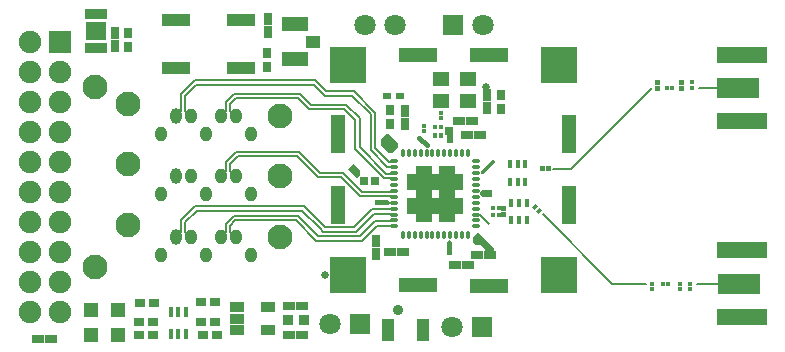
<source format=gts>
%FSLAX43Y43*%
%MOMM*%
G71*
G01*
G75*
G04 Layer_Color=9306309*
%ADD10R,3.600X1.800*%
%ADD11R,0.800X0.650*%
%ADD12R,0.650X0.800*%
%ADD13R,0.282X0.205*%
%ADD14R,0.205X0.282*%
%ADD15R,1.200X1.200*%
%ADD16R,0.900X0.600*%
%ADD17R,0.600X0.900*%
%ADD18R,0.350X0.350*%
%ADD19R,0.350X0.350*%
G04:AMPARAMS|DCode=20|XSize=0.205mm|YSize=0.282mm|CornerRadius=0mm|HoleSize=0mm|Usage=FLASHONLY|Rotation=315.000|XOffset=0mm|YOffset=0mm|HoleType=Round|Shape=Rectangle|*
%AMROTATEDRECTD20*
4,1,4,-0.172,-0.027,0.027,0.172,0.172,0.027,-0.027,-0.172,-0.172,-0.027,0.0*
%
%ADD20ROTATEDRECTD20*%

%ADD21R,0.350X0.700*%
%ADD22R,0.600X0.600*%
%ADD23R,0.950X1.750*%
%ADD24R,0.600X0.500*%
%ADD25R,0.762X0.762*%
%ADD26R,0.350X0.850*%
%ADD27R,1.100X0.700*%
%ADD28O,0.700X0.250*%
%ADD29O,0.250X0.700*%
%ADD30R,4.700X4.700*%
%ADD31R,1.600X1.400*%
%ADD32R,0.300X0.700*%
%ADD33R,1.300X1.100*%
%ADD34R,2.250X1.000*%
%ADD35R,2.200X1.050*%
%ADD36R,1.050X1.000*%
%ADD37R,1.200X3.200*%
%ADD38R,3.000X3.000*%
%ADD39R,3.200X1.200*%
%ADD40C,0.300*%
%ADD41C,0.254*%
%ADD42C,0.150*%
%ADD43C,0.203*%
%ADD44C,0.175*%
%ADD45C,0.152*%
%ADD46C,0.200*%
%ADD47C,0.400*%
%ADD48C,0.195*%
%ADD49C,0.170*%
%ADD50C,0.210*%
%ADD51C,0.190*%
%ADD52C,0.350*%
%ADD53R,1.547X1.240*%
%ADD54R,0.920X0.400*%
%ADD55R,0.920X0.400*%
%ADD56R,0.900X0.400*%
%ADD57R,0.002X0.195*%
%ADD58R,0.000X0.195*%
%ADD59R,0.486X1.169*%
%ADD60R,0.729X0.544*%
%ADD61R,0.428X1.195*%
%ADD62R,0.643X0.715*%
%ADD63C,2.000*%
%ADD64O,0.900X1.200*%
%ADD65O,0.900X1.250*%
%ADD66C,1.700*%
%ADD67R,4.200X1.350*%
%ADD68R,1.700X1.700*%
%ADD69C,1.800*%
%ADD70R,1.800X1.800*%
%ADD71C,0.550*%
%ADD72C,0.350*%
%ADD73C,0.800*%
%ADD74C,0.737*%
%ADD75C,0.250*%
%ADD76C,0.100*%
%ADD77C,0.102*%
%ADD78R,0.875X0.550*%
%ADD79R,1.750X1.750*%
%ADD80R,2.100X2.100*%
G04:AMPARAMS|DCode=81|XSize=1.65mm|YSize=1.65mm|CornerRadius=0.412mm|HoleSize=0mm|Usage=FLASHONLY|Rotation=0.000|XOffset=0mm|YOffset=0mm|HoleType=Round|Shape=RoundedRectangle|*
%AMROUNDEDRECTD81*
21,1,1.650,0.825,0,0,0.0*
21,1,0.825,1.650,0,0,0.0*
1,1,0.825,0.412,-0.412*
1,1,0.825,-0.412,-0.412*
1,1,0.825,-0.412,0.412*
1,1,0.825,0.412,0.412*
%
%ADD81ROUNDEDRECTD81*%
%ADD82R,2.100X2.100*%
%ADD83R,3.850X1.150*%
%ADD84R,3.599X1.806*%
%ADD85R,3.603X1.802*%
%ADD86R,1.550X1.350*%
%ADD87R,4.700X1.400*%
%ADD88R,1.400X4.700*%
%ADD89R,1.950X0.850*%
%ADD90R,0.900X0.750*%
%ADD91R,0.750X0.900*%
%ADD92R,0.408X0.332*%
%ADD93R,0.332X0.408*%
%ADD94R,1.300X1.300*%
%ADD95R,1.000X0.700*%
%ADD96R,0.700X1.000*%
G04:AMPARAMS|DCode=97|XSize=0.332mm|YSize=0.408mm|CornerRadius=0mm|HoleSize=0mm|Usage=FLASHONLY|Rotation=315.000|XOffset=0mm|YOffset=0mm|HoleType=Round|Shape=Rectangle|*
%AMROTATEDRECTD97*
4,1,4,-0.261,-0.027,0.027,0.261,0.261,0.027,-0.027,-0.261,-0.261,-0.027,0.0*
%
%ADD97ROTATEDRECTD97*%

%ADD98R,0.450X0.800*%
%ADD99R,0.700X0.700*%
%ADD100R,1.050X1.850*%
%ADD101R,0.700X0.600*%
%ADD102R,0.862X0.862*%
%ADD103R,0.450X0.950*%
%ADD104R,1.240X0.840*%
%ADD105O,0.800X0.350*%
%ADD106O,0.350X0.800*%
%ADD107R,1.750X1.550*%
%ADD108R,0.450X0.850*%
%ADD109R,1.400X1.200*%
%ADD110R,2.350X1.100*%
%ADD111R,2.300X1.150*%
%ADD112R,1.150X1.100*%
%ADD113R,1.300X3.300*%
%ADD114R,3.100X3.100*%
%ADD115R,3.300X1.300*%
%ADD116C,2.100*%
%ADD117O,1.000X1.300*%
%ADD118O,1.000X1.350*%
%ADD119R,1.800X1.800*%
%ADD120C,1.900*%
%ADD121R,1.900X1.900*%
%ADD122C,0.900*%
%ADD123C,0.650*%
G36*
X46617Y15577D02*
X46217D01*
Y15977D01*
X46617D01*
Y15577D01*
D02*
G37*
G36*
X37035Y18328D02*
X36635D01*
Y18728D01*
X37035D01*
Y18328D01*
D02*
G37*
G36*
X46117Y15577D02*
X45717D01*
Y15977D01*
X46117D01*
Y15577D01*
D02*
G37*
G36*
X42849Y11671D02*
X42449D01*
Y12071D01*
X42849D01*
Y11671D01*
D02*
G37*
G36*
Y12171D02*
X42449D01*
Y12571D01*
X42849D01*
Y12171D01*
D02*
G37*
G36*
X55884Y22846D02*
X55484D01*
Y23246D01*
X55884D01*
Y22846D01*
D02*
G37*
G36*
X57879D02*
X57479D01*
Y23246D01*
X57879D01*
Y22846D01*
D02*
G37*
G36*
Y22346D02*
X57479D01*
Y22746D01*
X57879D01*
Y22346D01*
D02*
G37*
G36*
X37535Y18328D02*
X37135D01*
Y18728D01*
X37535D01*
Y18328D01*
D02*
G37*
G36*
X55884Y22346D02*
X55484D01*
Y22746D01*
X55884D01*
Y22346D01*
D02*
G37*
G36*
X32996Y12919D02*
Y12755D01*
X32876Y12635D01*
X31736D01*
Y13095D01*
X32820D01*
X32996Y12919D01*
D02*
G37*
G36*
X38272Y9566D02*
Y8389D01*
X37871D01*
X37872Y9544D01*
X38025Y9697D01*
X38272Y9566D01*
D02*
G37*
G36*
X41834Y8932D02*
Y8491D01*
X41596Y8253D01*
X41577Y8234D01*
X41065D01*
X41036Y8263D01*
Y8952D01*
X40745Y9243D01*
X40339D01*
X40055Y9527D01*
Y9966D01*
X40074Y9985D01*
X40425Y10336D01*
X41834Y8932D01*
D02*
G37*
G36*
X41628Y13302D02*
X40878D01*
X40674Y13506D01*
Y13744D01*
X40822Y13892D01*
X41628D01*
Y13302D01*
D02*
G37*
G36*
X33674Y17880D02*
Y17544D01*
X33212Y17082D01*
X32962D01*
X32281Y17763D01*
X32283Y18247D01*
X32718Y18653D01*
X32900Y18654D01*
X33674Y17880D01*
D02*
G37*
G36*
X41885Y16328D02*
X40941Y15309D01*
X40826D01*
X40726Y15412D01*
Y15571D01*
X41753Y16598D01*
X41885Y16328D01*
D02*
G37*
G36*
X30439Y15596D02*
Y15175D01*
X30217Y14953D01*
X29468Y15702D01*
X29881Y16111D01*
X29924D01*
X30439Y15596D01*
D02*
G37*
D10*
X62502Y22558D02*
D03*
X62526Y6000D02*
D03*
D43*
X40643Y11855D02*
X41423Y11075D01*
D47*
X35500Y18327D02*
X36112Y17715D01*
D49*
X30231Y17235D02*
X32547Y14919D01*
X30445Y17549D02*
X32702Y15292D01*
X19494Y10399D02*
X19943Y9950D01*
X19494Y10399D02*
Y10923D01*
X18673Y9950D02*
X19122Y10399D01*
Y11078D01*
X19494Y10923D02*
X19934Y11363D01*
X19122Y11078D02*
X19122D01*
X19780Y11736D01*
X19934Y11363D02*
X25069D01*
X19780Y11736D02*
X19780Y11736D01*
X25224D01*
X25069Y11363D02*
X26788Y9644D01*
X25224Y11736D02*
X26943Y10017D01*
X30466D01*
X26788Y9644D02*
X30621D01*
X15684Y10399D02*
X16133Y9950D01*
X15684Y10399D02*
Y11220D01*
X14863Y9950D02*
X15311Y10399D01*
X15684Y11220D02*
X16660Y12195D01*
X15311Y10399D02*
Y11375D01*
X16505Y12568D01*
X16660Y12195D02*
X25578D01*
X27063Y10710D01*
X16505Y12568D02*
X25733D01*
X27537Y10764D01*
X29982D01*
X27063Y10710D02*
X27063D01*
X27382Y10391D01*
X30136D01*
X30455Y10710D01*
X30456D01*
X31656Y11910D01*
X29982Y10764D02*
X31501Y12283D01*
X19494Y15545D02*
X19943Y15096D01*
X18673D02*
X19122Y15545D01*
X25160Y16802D02*
X26938Y15023D01*
X32734Y13418D02*
X32734Y13418D01*
X33323D01*
X32888Y13791D02*
X32888Y13791D01*
X33323D01*
X33387Y13855D01*
X33323Y13418D02*
X33387Y13355D01*
X30466Y10017D02*
X31743Y11294D01*
X33326D01*
X33387Y11355D01*
X30621Y9644D02*
X31898Y10921D01*
X33320D01*
X33387Y10855D01*
X31656Y11910D02*
X33331D01*
X31501Y12283D02*
X32880D01*
X32880Y12283D01*
X33315D01*
X33387Y12355D01*
X33331Y11910D02*
X33387Y11855D01*
X18673Y20192D02*
X19122Y20640D01*
X19494D02*
X19943Y20192D01*
X32547Y14919D02*
X33322D01*
X33387Y14855D01*
X32702Y15292D02*
X33324D01*
X33387Y15355D01*
X15684Y20640D02*
Y21897D01*
Y20640D02*
X16133Y20192D01*
X16626Y22839D02*
X26540D01*
X15684Y21897D02*
X16626Y22839D01*
X15311Y20640D02*
Y22052D01*
X14863Y20192D02*
X15311Y20640D01*
Y22052D02*
X16472Y23212D01*
X26694D01*
X33325Y15916D02*
X33387Y15855D01*
X33321Y16289D02*
X33387Y16355D01*
X19122Y20640D02*
Y21341D01*
X19494Y20640D02*
Y21187D01*
X19122Y21341D02*
X19841Y22061D01*
X19494Y21187D02*
X19996Y21688D01*
X19841Y22061D02*
X25400D01*
X19996Y21688D02*
X25246D01*
X26540Y22839D02*
X27480Y21899D01*
X29813D01*
X26694Y23212D02*
X27635Y22272D01*
X29968D01*
X31758Y20482D01*
X32778Y15916D02*
X33325D01*
X32932Y16289D02*
X33321D01*
X30445Y17549D02*
Y19999D01*
X30231Y17235D02*
Y17235D01*
X30072Y17394D02*
X30231Y17235D01*
X30072Y17394D02*
Y19844D01*
X31385Y17309D02*
X32778Y15916D01*
X31385Y17309D02*
Y20327D01*
X29813Y21899D02*
X31385Y20327D01*
X31758Y17463D02*
X32932Y16289D01*
X31758Y17463D02*
Y20482D01*
X19122Y15545D02*
Y16327D01*
X19969Y17175D01*
X25314D01*
X19494Y15545D02*
Y16173D01*
X20124Y16802D01*
X25160D01*
X30509Y13418D02*
X32734D01*
X30663Y13791D02*
X32888D01*
X25314Y17175D02*
X27093Y15396D01*
X29059D01*
X30663Y13791D01*
X26938Y15023D02*
X28904D01*
X30509Y13418D01*
X25246Y21688D02*
X26154Y20779D01*
X29138D01*
X30072Y19844D01*
X25400Y22061D02*
X26309Y21152D01*
X29292D01*
X30445Y19999D01*
D50*
X58973Y5999D02*
X62526Y6000D01*
X51824Y6001D02*
X54657D01*
X45960Y11865D02*
X51824Y6001D01*
X59181Y22558D02*
X62502D01*
X46855Y15735D02*
X48358D01*
X55181Y22558D01*
D59*
X38112Y18517D02*
D03*
D62*
X38017Y18903D02*
D03*
D67*
X62802Y25383D02*
D03*
Y19733D02*
D03*
X62826Y8825D02*
D03*
Y3175D02*
D03*
D69*
X30873Y27910D02*
D03*
X40869D02*
D03*
X38272Y2335D02*
D03*
X33413Y27910D02*
D03*
X27931Y2582D02*
D03*
D87*
X36862Y12605D02*
D03*
Y14605D02*
D03*
D88*
X37862Y13605D02*
D03*
X35862D02*
D03*
D89*
X8100Y28865D02*
D03*
X8100Y25965D02*
D03*
D90*
X17030Y2789D02*
D03*
X18230D02*
D03*
X11772Y2793D02*
D03*
X12972D02*
D03*
X11810Y4395D02*
D03*
X13010D02*
D03*
X11767Y1686D02*
D03*
X12967D02*
D03*
X18373Y1637D02*
D03*
X17173D02*
D03*
X17030Y4434D02*
D03*
X18230D02*
D03*
D91*
X32980Y19497D02*
D03*
Y20697D02*
D03*
X22633Y25556D02*
D03*
Y24356D02*
D03*
X42446Y21953D02*
D03*
Y20753D02*
D03*
X10875Y26065D02*
D03*
Y27265D02*
D03*
D92*
X58596Y22558D02*
D03*
Y23033D02*
D03*
X58441Y6002D02*
D03*
Y5528D02*
D03*
X35854Y19376D02*
D03*
Y18902D02*
D03*
X55191Y5529D02*
D03*
Y6003D02*
D03*
X57557Y5528D02*
D03*
Y6002D02*
D03*
X37300Y19988D02*
D03*
Y20462D02*
D03*
D93*
X56906Y22558D02*
D03*
X56432D02*
D03*
X56574Y5999D02*
D03*
X56100D02*
D03*
X42203Y11854D02*
D03*
X41729D02*
D03*
X42204Y12388D02*
D03*
X41730D02*
D03*
X37314Y19232D02*
D03*
X36839D02*
D03*
D94*
X9962Y1682D02*
D03*
Y3782D02*
D03*
X7720Y1646D02*
D03*
Y3746D02*
D03*
D95*
X41484Y8458D02*
D03*
X40384D02*
D03*
X39657Y7598D02*
D03*
X38557D02*
D03*
X33054Y8649D02*
D03*
X34154D02*
D03*
X39953Y19739D02*
D03*
X38853D02*
D03*
X24503Y4079D02*
D03*
X25603D02*
D03*
X24458Y1664D02*
D03*
X25558D02*
D03*
X4350Y1275D02*
D03*
X3250D02*
D03*
X40646Y18588D02*
D03*
X39546D02*
D03*
D96*
X31846Y8542D02*
D03*
Y9642D02*
D03*
X34252Y20661D02*
D03*
Y19561D02*
D03*
X41263Y20864D02*
D03*
Y21964D02*
D03*
X22667Y27290D02*
D03*
Y28390D02*
D03*
X9750Y27215D02*
D03*
Y26115D02*
D03*
D97*
X45644Y12182D02*
D03*
X45308Y12518D02*
D03*
D98*
X44482Y16103D02*
D03*
X43832D02*
D03*
X43182D02*
D03*
X44482Y14603D02*
D03*
X43832D02*
D03*
X43182D02*
D03*
X44602Y12869D02*
D03*
X43952D02*
D03*
X43302D02*
D03*
X44602Y11369D02*
D03*
X43952D02*
D03*
X43302D02*
D03*
D99*
X30782Y14735D02*
D03*
X31782D02*
D03*
D100*
X32854Y2088D02*
D03*
X35804D02*
D03*
D101*
X32787Y21848D02*
D03*
X33837Y21848D02*
D03*
D102*
X25749Y2885D02*
D03*
X24352D02*
D03*
D103*
X15739Y3587D02*
D03*
X15089D02*
D03*
X14439D02*
D03*
Y1737D02*
D03*
X15089D02*
D03*
X15739D02*
D03*
D104*
X20049Y3985D02*
D03*
Y3035D02*
D03*
Y2085D02*
D03*
X22649D02*
D03*
Y3985D02*
D03*
D105*
X33387Y10855D02*
D03*
Y11355D02*
D03*
Y11855D02*
D03*
Y12355D02*
D03*
Y12855D02*
D03*
Y13355D02*
D03*
Y13855D02*
D03*
Y14355D02*
D03*
Y14855D02*
D03*
Y15355D02*
D03*
Y15855D02*
D03*
Y16355D02*
D03*
X40337D02*
D03*
Y15855D02*
D03*
Y15355D02*
D03*
Y14855D02*
D03*
Y14355D02*
D03*
Y13855D02*
D03*
Y13355D02*
D03*
Y12855D02*
D03*
Y12355D02*
D03*
Y11855D02*
D03*
Y11355D02*
D03*
Y10855D02*
D03*
D106*
X34112Y10130D02*
D03*
X34612D02*
D03*
X35112D02*
D03*
X35612D02*
D03*
X36112D02*
D03*
X36612D02*
D03*
X37112D02*
D03*
X37612D02*
D03*
X38112D02*
D03*
X38612D02*
D03*
X39112D02*
D03*
X39612D02*
D03*
X34112Y17080D02*
D03*
X34612D02*
D03*
X35112D02*
D03*
X35612D02*
D03*
X36112D02*
D03*
X36612D02*
D03*
X37112D02*
D03*
X37612D02*
D03*
X38112D02*
D03*
X38612D02*
D03*
X39112D02*
D03*
X39612D02*
D03*
D107*
X8100Y27415D02*
D03*
D108*
X8850Y28865D02*
D03*
X8350D02*
D03*
X7850D02*
D03*
X7350D02*
D03*
Y25965D02*
D03*
X7850D02*
D03*
X8350D02*
D03*
X8850D02*
D03*
D109*
X39607Y21494D02*
D03*
X37307D02*
D03*
Y23294D02*
D03*
X39607D02*
D03*
D110*
X14925Y28297D02*
D03*
X20425D02*
D03*
Y24297D02*
D03*
X14925D02*
D03*
D111*
X24973Y27948D02*
D03*
Y24998D02*
D03*
D112*
X26498Y26473D02*
D03*
D113*
X48193Y12639D02*
D03*
Y18639D02*
D03*
X28593Y12639D02*
D03*
Y18639D02*
D03*
D114*
X47293Y24539D02*
D03*
Y6739D02*
D03*
X29493Y24539D02*
D03*
Y6739D02*
D03*
D115*
X41393Y5839D02*
D03*
X35393Y25389D02*
D03*
X41393D02*
D03*
X35393Y5889D02*
D03*
D116*
X8000Y7380D02*
D03*
Y22620D02*
D03*
X23673Y15096D02*
D03*
X10843Y16096D02*
D03*
X23673Y9950D02*
D03*
X10843Y10950D02*
D03*
X23673Y20192D02*
D03*
X10843Y21192D02*
D03*
D117*
X21213Y13596D02*
D03*
X19943Y15096D02*
D03*
X18673D02*
D03*
X17403Y13596D02*
D03*
X16133Y15096D02*
D03*
X13593Y13596D02*
D03*
X21213Y8450D02*
D03*
X19943Y9950D02*
D03*
X18673D02*
D03*
X17403Y8450D02*
D03*
X16133Y9950D02*
D03*
X13593Y8450D02*
D03*
X21213Y18692D02*
D03*
X19943Y20192D02*
D03*
X18673D02*
D03*
X17403Y18692D02*
D03*
X16133Y20192D02*
D03*
X13593Y18692D02*
D03*
D118*
X14863Y15096D02*
D03*
Y9950D02*
D03*
Y20192D02*
D03*
D119*
X38329Y27910D02*
D03*
X40812Y2335D02*
D03*
X30471Y2582D02*
D03*
D120*
X2530Y26430D02*
D03*
X5070Y21350D02*
D03*
X2530D02*
D03*
Y23890D02*
D03*
X5070D02*
D03*
X2530Y3570D02*
D03*
Y6110D02*
D03*
X5070D02*
D03*
X2530Y13730D02*
D03*
X5070Y11190D02*
D03*
X2530D02*
D03*
Y8650D02*
D03*
X5070Y13730D02*
D03*
Y8650D02*
D03*
Y16270D02*
D03*
X2530Y18810D02*
D03*
X5070D02*
D03*
X2530Y16270D02*
D03*
X5070Y3570D02*
D03*
D121*
Y26430D02*
D03*
D122*
X33719Y3763D02*
D03*
D123*
X27481Y6749D02*
D03*
X41174Y22650D02*
D03*
M02*

</source>
